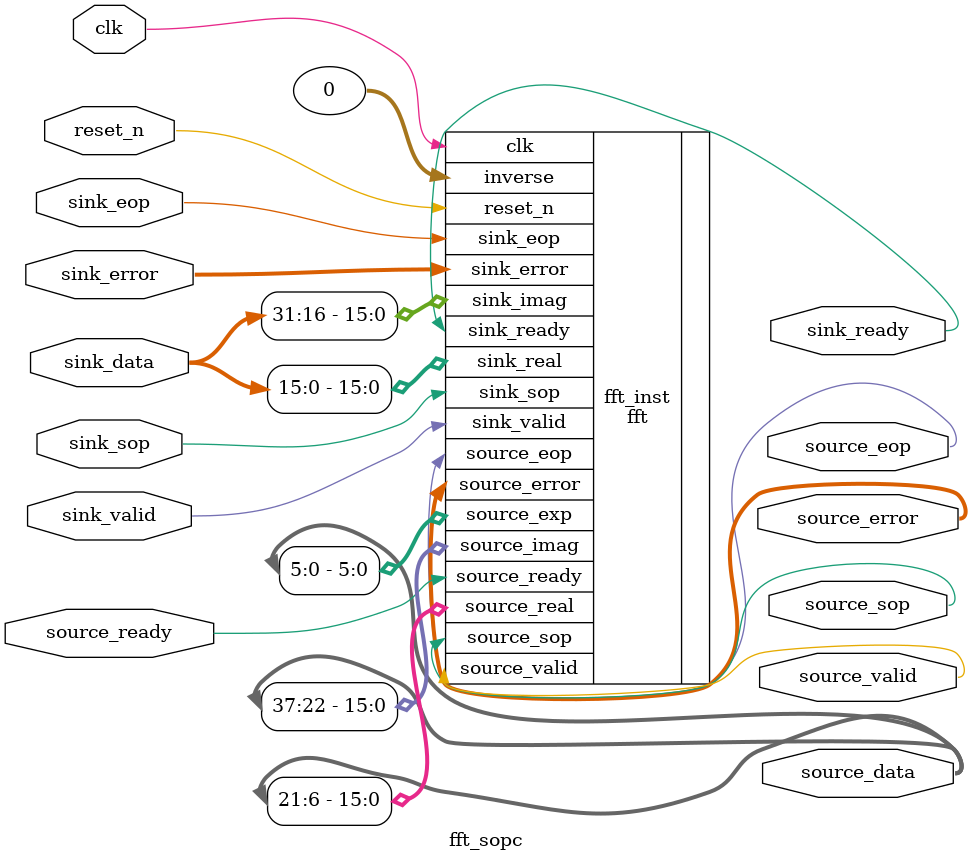
<source format=v>
module fft_sopc(
	clk,
	reset_n,
	sink_valid,
	sink_sop,
	sink_eop,
	sink_data,
	sink_error,
	source_ready,
	sink_ready,
	source_error,
	source_sop,
	source_eop,
	source_valid,
	source_data);


	input		clk;
	input		reset_n;
	input		sink_valid;
	input		sink_sop;
	input		sink_eop;
	input	[31:0]	sink_data;
	input	[1:0]	sink_error;
	input		source_ready;
	output		sink_ready;
	output	[1:0]	source_error;
	output		source_sop;
	output		source_eop;
	output		source_valid;
	output	[37:0]	source_data;


	fft	fft_inst(
		.clk(clk),
		.reset_n(reset_n),
		.inverse(0),
		.sink_valid(sink_valid),
		.sink_sop(sink_sop),
		.sink_eop(sink_eop),
		.sink_real(sink_data[15:0]  ),
		.sink_imag(sink_data[31:16] ),
		.sink_error(sink_error),
		.source_ready(source_ready),
		.sink_ready(sink_ready),
		.source_error(source_error),
		.source_sop(source_sop),
		.source_eop(source_eop),
		.source_valid(source_valid),
		.source_exp(source_data[5:0] ),
		.source_real(source_data[21:6] ),
		.source_imag(source_data[37:22] )
   );

endmodule

</source>
